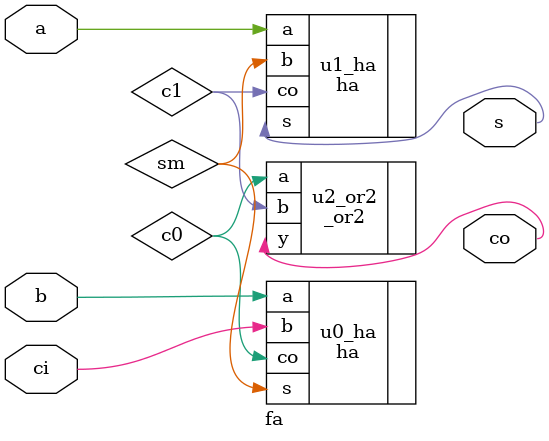
<source format=v>
module fa(a, b, ci, co, s);
	input a, b, ci;
	output co, s;
	wire c0, c1, sm;
	
	ha u0_ha(.a(b), .b(ci), .s(sm), .co(c0));
	ha u1_ha(.a(a), .b(sm), .s(s), .co(c1));
	_or2 u2_or2(.a(c0), .b(c1), .y(co));	
endmodule

</source>
